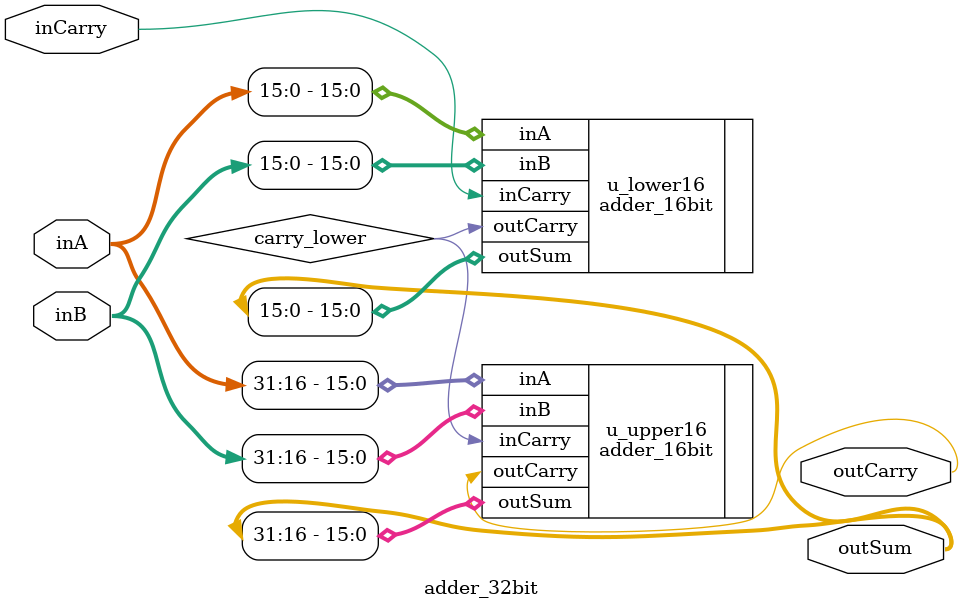
<source format=sv>

module adder_32bit (
    input  logic [31:0] inA,      // 32-bit input A
    input  logic [31:0] inB,      // 32-bit input B
    input  logic        inCarry,  // Initial carry-in
    output logic [31:0] outSum,   // 32-bit sum output
    output logic        outCarry  // Final carry-out
);
    // Internal carry signal between the two 16-bit adders
    logic carry_lower;

    // Lower 16-bit adder (bits 15:0)
    adder_16bit u_lower16 (
        .inA(inA[15:0]),
        .inB(inB[15:0]),
        .inCarry(inCarry),
        .outSum(outSum[15:0]),
        .outCarry(carry_lower)
    );

    // Upper 16-bit adder (bits 31:16)
    adder_16bit u_upper16 (
        .inA(inA[31:16]),
        .inB(inB[31:16]),
        .inCarry(carry_lower),
        .outSum(outSum[31:16]),
        .outCarry(outCarry)
    );

endmodule
</source>
